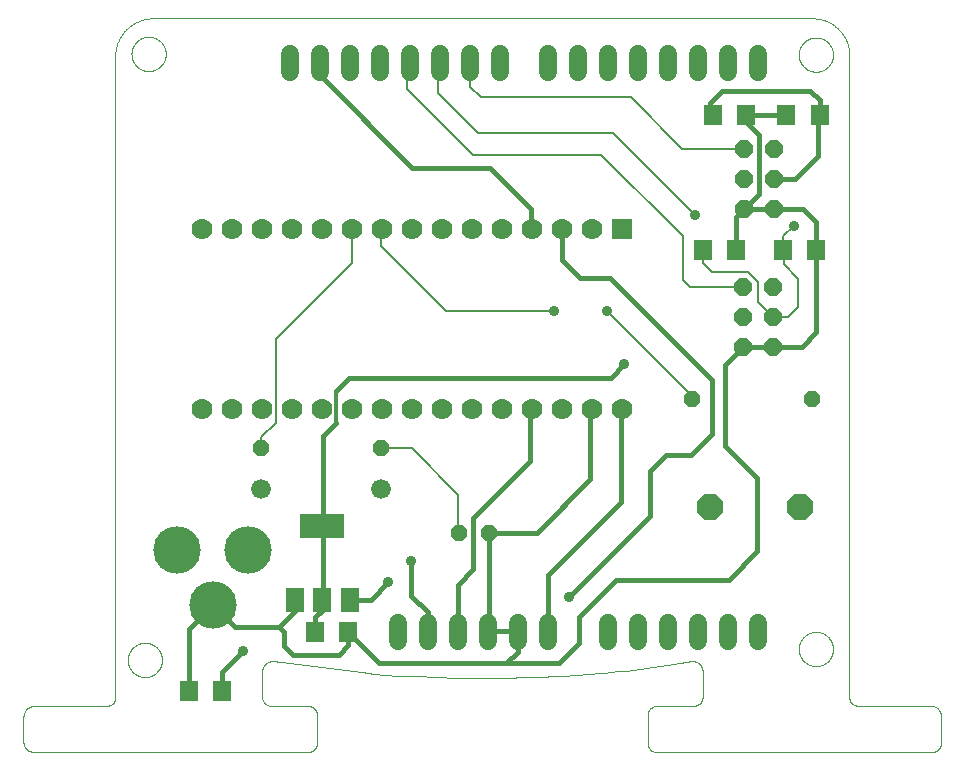
<source format=gtl>
G75*
%MOIN*%
%OFA0B0*%
%FSLAX25Y25*%
%IPPOS*%
%LPD*%
%AMOC8*
5,1,8,0,0,1.08239X$1,22.5*
%
%ADD10C,0.00000*%
%ADD11C,0.00300*%
%ADD12R,0.07000X0.07000*%
%ADD13C,0.07000*%
%ADD14C,0.06000*%
%ADD15OC8,0.05200*%
%ADD16OC8,0.08500*%
%ADD17C,0.15800*%
%ADD18C,0.06600*%
%ADD19R,0.06299X0.07087*%
%ADD20R,0.05906X0.07874*%
%ADD21R,0.14961X0.07874*%
%ADD22OC8,0.06000*%
%ADD23C,0.00800*%
%ADD24C,0.01600*%
%ADD25C,0.03562*%
%ADD26C,0.01772*%
%ADD27C,0.01200*%
D10*
X0035911Y0031893D02*
X0035913Y0032044D01*
X0035919Y0032194D01*
X0035929Y0032345D01*
X0035943Y0032495D01*
X0035961Y0032644D01*
X0035982Y0032794D01*
X0036008Y0032942D01*
X0036038Y0033090D01*
X0036071Y0033237D01*
X0036109Y0033383D01*
X0036150Y0033528D01*
X0036195Y0033672D01*
X0036244Y0033814D01*
X0036297Y0033955D01*
X0036353Y0034095D01*
X0036413Y0034233D01*
X0036476Y0034370D01*
X0036544Y0034505D01*
X0036614Y0034638D01*
X0036688Y0034769D01*
X0036766Y0034898D01*
X0036847Y0035025D01*
X0036931Y0035150D01*
X0037019Y0035273D01*
X0037110Y0035393D01*
X0037204Y0035511D01*
X0037301Y0035626D01*
X0037401Y0035739D01*
X0037504Y0035849D01*
X0037610Y0035956D01*
X0037719Y0036061D01*
X0037830Y0036162D01*
X0037944Y0036261D01*
X0038060Y0036356D01*
X0038180Y0036449D01*
X0038301Y0036538D01*
X0038425Y0036624D01*
X0038551Y0036707D01*
X0038679Y0036786D01*
X0038809Y0036862D01*
X0038941Y0036935D01*
X0039075Y0037003D01*
X0039211Y0037069D01*
X0039349Y0037131D01*
X0039488Y0037189D01*
X0039628Y0037243D01*
X0039770Y0037294D01*
X0039913Y0037341D01*
X0040058Y0037384D01*
X0040203Y0037423D01*
X0040350Y0037459D01*
X0040497Y0037490D01*
X0040645Y0037518D01*
X0040794Y0037542D01*
X0040943Y0037562D01*
X0041093Y0037578D01*
X0041243Y0037590D01*
X0041394Y0037598D01*
X0041545Y0037602D01*
X0041695Y0037602D01*
X0041846Y0037598D01*
X0041997Y0037590D01*
X0042147Y0037578D01*
X0042297Y0037562D01*
X0042446Y0037542D01*
X0042595Y0037518D01*
X0042743Y0037490D01*
X0042890Y0037459D01*
X0043037Y0037423D01*
X0043182Y0037384D01*
X0043327Y0037341D01*
X0043470Y0037294D01*
X0043612Y0037243D01*
X0043752Y0037189D01*
X0043891Y0037131D01*
X0044029Y0037069D01*
X0044165Y0037003D01*
X0044299Y0036935D01*
X0044431Y0036862D01*
X0044561Y0036786D01*
X0044689Y0036707D01*
X0044815Y0036624D01*
X0044939Y0036538D01*
X0045060Y0036449D01*
X0045180Y0036356D01*
X0045296Y0036261D01*
X0045410Y0036162D01*
X0045521Y0036061D01*
X0045630Y0035956D01*
X0045736Y0035849D01*
X0045839Y0035739D01*
X0045939Y0035626D01*
X0046036Y0035511D01*
X0046130Y0035393D01*
X0046221Y0035273D01*
X0046309Y0035150D01*
X0046393Y0035025D01*
X0046474Y0034898D01*
X0046552Y0034769D01*
X0046626Y0034638D01*
X0046696Y0034505D01*
X0046764Y0034370D01*
X0046827Y0034233D01*
X0046887Y0034095D01*
X0046943Y0033955D01*
X0046996Y0033814D01*
X0047045Y0033672D01*
X0047090Y0033528D01*
X0047131Y0033383D01*
X0047169Y0033237D01*
X0047202Y0033090D01*
X0047232Y0032942D01*
X0047258Y0032794D01*
X0047279Y0032644D01*
X0047297Y0032495D01*
X0047311Y0032345D01*
X0047321Y0032194D01*
X0047327Y0032044D01*
X0047329Y0031893D01*
X0047327Y0031742D01*
X0047321Y0031592D01*
X0047311Y0031441D01*
X0047297Y0031291D01*
X0047279Y0031142D01*
X0047258Y0030992D01*
X0047232Y0030844D01*
X0047202Y0030696D01*
X0047169Y0030549D01*
X0047131Y0030403D01*
X0047090Y0030258D01*
X0047045Y0030114D01*
X0046996Y0029972D01*
X0046943Y0029831D01*
X0046887Y0029691D01*
X0046827Y0029553D01*
X0046764Y0029416D01*
X0046696Y0029281D01*
X0046626Y0029148D01*
X0046552Y0029017D01*
X0046474Y0028888D01*
X0046393Y0028761D01*
X0046309Y0028636D01*
X0046221Y0028513D01*
X0046130Y0028393D01*
X0046036Y0028275D01*
X0045939Y0028160D01*
X0045839Y0028047D01*
X0045736Y0027937D01*
X0045630Y0027830D01*
X0045521Y0027725D01*
X0045410Y0027624D01*
X0045296Y0027525D01*
X0045180Y0027430D01*
X0045060Y0027337D01*
X0044939Y0027248D01*
X0044815Y0027162D01*
X0044689Y0027079D01*
X0044561Y0027000D01*
X0044431Y0026924D01*
X0044299Y0026851D01*
X0044165Y0026783D01*
X0044029Y0026717D01*
X0043891Y0026655D01*
X0043752Y0026597D01*
X0043612Y0026543D01*
X0043470Y0026492D01*
X0043327Y0026445D01*
X0043182Y0026402D01*
X0043037Y0026363D01*
X0042890Y0026327D01*
X0042743Y0026296D01*
X0042595Y0026268D01*
X0042446Y0026244D01*
X0042297Y0026224D01*
X0042147Y0026208D01*
X0041997Y0026196D01*
X0041846Y0026188D01*
X0041695Y0026184D01*
X0041545Y0026184D01*
X0041394Y0026188D01*
X0041243Y0026196D01*
X0041093Y0026208D01*
X0040943Y0026224D01*
X0040794Y0026244D01*
X0040645Y0026268D01*
X0040497Y0026296D01*
X0040350Y0026327D01*
X0040203Y0026363D01*
X0040058Y0026402D01*
X0039913Y0026445D01*
X0039770Y0026492D01*
X0039628Y0026543D01*
X0039488Y0026597D01*
X0039349Y0026655D01*
X0039211Y0026717D01*
X0039075Y0026783D01*
X0038941Y0026851D01*
X0038809Y0026924D01*
X0038679Y0027000D01*
X0038551Y0027079D01*
X0038425Y0027162D01*
X0038301Y0027248D01*
X0038180Y0027337D01*
X0038060Y0027430D01*
X0037944Y0027525D01*
X0037830Y0027624D01*
X0037719Y0027725D01*
X0037610Y0027830D01*
X0037504Y0027937D01*
X0037401Y0028047D01*
X0037301Y0028160D01*
X0037204Y0028275D01*
X0037110Y0028393D01*
X0037019Y0028513D01*
X0036931Y0028636D01*
X0036847Y0028761D01*
X0036766Y0028888D01*
X0036688Y0029017D01*
X0036614Y0029148D01*
X0036544Y0029281D01*
X0036476Y0029416D01*
X0036413Y0029553D01*
X0036353Y0029691D01*
X0036297Y0029831D01*
X0036244Y0029972D01*
X0036195Y0030114D01*
X0036150Y0030258D01*
X0036109Y0030403D01*
X0036071Y0030549D01*
X0036038Y0030696D01*
X0036008Y0030844D01*
X0035982Y0030992D01*
X0035961Y0031142D01*
X0035943Y0031291D01*
X0035929Y0031441D01*
X0035919Y0031592D01*
X0035913Y0031742D01*
X0035911Y0031893D01*
X0259600Y0035535D02*
X0259602Y0035686D01*
X0259608Y0035836D01*
X0259618Y0035987D01*
X0259632Y0036137D01*
X0259650Y0036286D01*
X0259671Y0036436D01*
X0259697Y0036584D01*
X0259727Y0036732D01*
X0259760Y0036879D01*
X0259798Y0037025D01*
X0259839Y0037170D01*
X0259884Y0037314D01*
X0259933Y0037456D01*
X0259986Y0037597D01*
X0260042Y0037737D01*
X0260102Y0037875D01*
X0260165Y0038012D01*
X0260233Y0038147D01*
X0260303Y0038280D01*
X0260377Y0038411D01*
X0260455Y0038540D01*
X0260536Y0038667D01*
X0260620Y0038792D01*
X0260708Y0038915D01*
X0260799Y0039035D01*
X0260893Y0039153D01*
X0260990Y0039268D01*
X0261090Y0039381D01*
X0261193Y0039491D01*
X0261299Y0039598D01*
X0261408Y0039703D01*
X0261519Y0039804D01*
X0261633Y0039903D01*
X0261749Y0039998D01*
X0261869Y0040091D01*
X0261990Y0040180D01*
X0262114Y0040266D01*
X0262240Y0040349D01*
X0262368Y0040428D01*
X0262498Y0040504D01*
X0262630Y0040577D01*
X0262764Y0040645D01*
X0262900Y0040711D01*
X0263038Y0040773D01*
X0263177Y0040831D01*
X0263317Y0040885D01*
X0263459Y0040936D01*
X0263602Y0040983D01*
X0263747Y0041026D01*
X0263892Y0041065D01*
X0264039Y0041101D01*
X0264186Y0041132D01*
X0264334Y0041160D01*
X0264483Y0041184D01*
X0264632Y0041204D01*
X0264782Y0041220D01*
X0264932Y0041232D01*
X0265083Y0041240D01*
X0265234Y0041244D01*
X0265384Y0041244D01*
X0265535Y0041240D01*
X0265686Y0041232D01*
X0265836Y0041220D01*
X0265986Y0041204D01*
X0266135Y0041184D01*
X0266284Y0041160D01*
X0266432Y0041132D01*
X0266579Y0041101D01*
X0266726Y0041065D01*
X0266871Y0041026D01*
X0267016Y0040983D01*
X0267159Y0040936D01*
X0267301Y0040885D01*
X0267441Y0040831D01*
X0267580Y0040773D01*
X0267718Y0040711D01*
X0267854Y0040645D01*
X0267988Y0040577D01*
X0268120Y0040504D01*
X0268250Y0040428D01*
X0268378Y0040349D01*
X0268504Y0040266D01*
X0268628Y0040180D01*
X0268749Y0040091D01*
X0268869Y0039998D01*
X0268985Y0039903D01*
X0269099Y0039804D01*
X0269210Y0039703D01*
X0269319Y0039598D01*
X0269425Y0039491D01*
X0269528Y0039381D01*
X0269628Y0039268D01*
X0269725Y0039153D01*
X0269819Y0039035D01*
X0269910Y0038915D01*
X0269998Y0038792D01*
X0270082Y0038667D01*
X0270163Y0038540D01*
X0270241Y0038411D01*
X0270315Y0038280D01*
X0270385Y0038147D01*
X0270453Y0038012D01*
X0270516Y0037875D01*
X0270576Y0037737D01*
X0270632Y0037597D01*
X0270685Y0037456D01*
X0270734Y0037314D01*
X0270779Y0037170D01*
X0270820Y0037025D01*
X0270858Y0036879D01*
X0270891Y0036732D01*
X0270921Y0036584D01*
X0270947Y0036436D01*
X0270968Y0036286D01*
X0270986Y0036137D01*
X0271000Y0035987D01*
X0271010Y0035836D01*
X0271016Y0035686D01*
X0271018Y0035535D01*
X0271016Y0035384D01*
X0271010Y0035234D01*
X0271000Y0035083D01*
X0270986Y0034933D01*
X0270968Y0034784D01*
X0270947Y0034634D01*
X0270921Y0034486D01*
X0270891Y0034338D01*
X0270858Y0034191D01*
X0270820Y0034045D01*
X0270779Y0033900D01*
X0270734Y0033756D01*
X0270685Y0033614D01*
X0270632Y0033473D01*
X0270576Y0033333D01*
X0270516Y0033195D01*
X0270453Y0033058D01*
X0270385Y0032923D01*
X0270315Y0032790D01*
X0270241Y0032659D01*
X0270163Y0032530D01*
X0270082Y0032403D01*
X0269998Y0032278D01*
X0269910Y0032155D01*
X0269819Y0032035D01*
X0269725Y0031917D01*
X0269628Y0031802D01*
X0269528Y0031689D01*
X0269425Y0031579D01*
X0269319Y0031472D01*
X0269210Y0031367D01*
X0269099Y0031266D01*
X0268985Y0031167D01*
X0268869Y0031072D01*
X0268749Y0030979D01*
X0268628Y0030890D01*
X0268504Y0030804D01*
X0268378Y0030721D01*
X0268250Y0030642D01*
X0268120Y0030566D01*
X0267988Y0030493D01*
X0267854Y0030425D01*
X0267718Y0030359D01*
X0267580Y0030297D01*
X0267441Y0030239D01*
X0267301Y0030185D01*
X0267159Y0030134D01*
X0267016Y0030087D01*
X0266871Y0030044D01*
X0266726Y0030005D01*
X0266579Y0029969D01*
X0266432Y0029938D01*
X0266284Y0029910D01*
X0266135Y0029886D01*
X0265986Y0029866D01*
X0265836Y0029850D01*
X0265686Y0029838D01*
X0265535Y0029830D01*
X0265384Y0029826D01*
X0265234Y0029826D01*
X0265083Y0029830D01*
X0264932Y0029838D01*
X0264782Y0029850D01*
X0264632Y0029866D01*
X0264483Y0029886D01*
X0264334Y0029910D01*
X0264186Y0029938D01*
X0264039Y0029969D01*
X0263892Y0030005D01*
X0263747Y0030044D01*
X0263602Y0030087D01*
X0263459Y0030134D01*
X0263317Y0030185D01*
X0263177Y0030239D01*
X0263038Y0030297D01*
X0262900Y0030359D01*
X0262764Y0030425D01*
X0262630Y0030493D01*
X0262498Y0030566D01*
X0262368Y0030642D01*
X0262240Y0030721D01*
X0262114Y0030804D01*
X0261990Y0030890D01*
X0261869Y0030979D01*
X0261749Y0031072D01*
X0261633Y0031167D01*
X0261519Y0031266D01*
X0261408Y0031367D01*
X0261299Y0031472D01*
X0261193Y0031579D01*
X0261090Y0031689D01*
X0260990Y0031802D01*
X0260893Y0031917D01*
X0260799Y0032035D01*
X0260708Y0032155D01*
X0260620Y0032278D01*
X0260536Y0032403D01*
X0260455Y0032530D01*
X0260377Y0032659D01*
X0260303Y0032790D01*
X0260233Y0032923D01*
X0260165Y0033058D01*
X0260102Y0033195D01*
X0260042Y0033333D01*
X0259986Y0033473D01*
X0259933Y0033614D01*
X0259884Y0033756D01*
X0259839Y0033900D01*
X0259798Y0034045D01*
X0259760Y0034191D01*
X0259727Y0034338D01*
X0259697Y0034486D01*
X0259671Y0034634D01*
X0259650Y0034784D01*
X0259632Y0034933D01*
X0259618Y0035083D01*
X0259608Y0035234D01*
X0259602Y0035384D01*
X0259600Y0035535D01*
X0259600Y0233661D02*
X0259602Y0233812D01*
X0259608Y0233962D01*
X0259618Y0234113D01*
X0259632Y0234263D01*
X0259650Y0234412D01*
X0259671Y0234562D01*
X0259697Y0234710D01*
X0259727Y0234858D01*
X0259760Y0235005D01*
X0259798Y0235151D01*
X0259839Y0235296D01*
X0259884Y0235440D01*
X0259933Y0235582D01*
X0259986Y0235723D01*
X0260042Y0235863D01*
X0260102Y0236001D01*
X0260165Y0236138D01*
X0260233Y0236273D01*
X0260303Y0236406D01*
X0260377Y0236537D01*
X0260455Y0236666D01*
X0260536Y0236793D01*
X0260620Y0236918D01*
X0260708Y0237041D01*
X0260799Y0237161D01*
X0260893Y0237279D01*
X0260990Y0237394D01*
X0261090Y0237507D01*
X0261193Y0237617D01*
X0261299Y0237724D01*
X0261408Y0237829D01*
X0261519Y0237930D01*
X0261633Y0238029D01*
X0261749Y0238124D01*
X0261869Y0238217D01*
X0261990Y0238306D01*
X0262114Y0238392D01*
X0262240Y0238475D01*
X0262368Y0238554D01*
X0262498Y0238630D01*
X0262630Y0238703D01*
X0262764Y0238771D01*
X0262900Y0238837D01*
X0263038Y0238899D01*
X0263177Y0238957D01*
X0263317Y0239011D01*
X0263459Y0239062D01*
X0263602Y0239109D01*
X0263747Y0239152D01*
X0263892Y0239191D01*
X0264039Y0239227D01*
X0264186Y0239258D01*
X0264334Y0239286D01*
X0264483Y0239310D01*
X0264632Y0239330D01*
X0264782Y0239346D01*
X0264932Y0239358D01*
X0265083Y0239366D01*
X0265234Y0239370D01*
X0265384Y0239370D01*
X0265535Y0239366D01*
X0265686Y0239358D01*
X0265836Y0239346D01*
X0265986Y0239330D01*
X0266135Y0239310D01*
X0266284Y0239286D01*
X0266432Y0239258D01*
X0266579Y0239227D01*
X0266726Y0239191D01*
X0266871Y0239152D01*
X0267016Y0239109D01*
X0267159Y0239062D01*
X0267301Y0239011D01*
X0267441Y0238957D01*
X0267580Y0238899D01*
X0267718Y0238837D01*
X0267854Y0238771D01*
X0267988Y0238703D01*
X0268120Y0238630D01*
X0268250Y0238554D01*
X0268378Y0238475D01*
X0268504Y0238392D01*
X0268628Y0238306D01*
X0268749Y0238217D01*
X0268869Y0238124D01*
X0268985Y0238029D01*
X0269099Y0237930D01*
X0269210Y0237829D01*
X0269319Y0237724D01*
X0269425Y0237617D01*
X0269528Y0237507D01*
X0269628Y0237394D01*
X0269725Y0237279D01*
X0269819Y0237161D01*
X0269910Y0237041D01*
X0269998Y0236918D01*
X0270082Y0236793D01*
X0270163Y0236666D01*
X0270241Y0236537D01*
X0270315Y0236406D01*
X0270385Y0236273D01*
X0270453Y0236138D01*
X0270516Y0236001D01*
X0270576Y0235863D01*
X0270632Y0235723D01*
X0270685Y0235582D01*
X0270734Y0235440D01*
X0270779Y0235296D01*
X0270820Y0235151D01*
X0270858Y0235005D01*
X0270891Y0234858D01*
X0270921Y0234710D01*
X0270947Y0234562D01*
X0270968Y0234412D01*
X0270986Y0234263D01*
X0271000Y0234113D01*
X0271010Y0233962D01*
X0271016Y0233812D01*
X0271018Y0233661D01*
X0271016Y0233510D01*
X0271010Y0233360D01*
X0271000Y0233209D01*
X0270986Y0233059D01*
X0270968Y0232910D01*
X0270947Y0232760D01*
X0270921Y0232612D01*
X0270891Y0232464D01*
X0270858Y0232317D01*
X0270820Y0232171D01*
X0270779Y0232026D01*
X0270734Y0231882D01*
X0270685Y0231740D01*
X0270632Y0231599D01*
X0270576Y0231459D01*
X0270516Y0231321D01*
X0270453Y0231184D01*
X0270385Y0231049D01*
X0270315Y0230916D01*
X0270241Y0230785D01*
X0270163Y0230656D01*
X0270082Y0230529D01*
X0269998Y0230404D01*
X0269910Y0230281D01*
X0269819Y0230161D01*
X0269725Y0230043D01*
X0269628Y0229928D01*
X0269528Y0229815D01*
X0269425Y0229705D01*
X0269319Y0229598D01*
X0269210Y0229493D01*
X0269099Y0229392D01*
X0268985Y0229293D01*
X0268869Y0229198D01*
X0268749Y0229105D01*
X0268628Y0229016D01*
X0268504Y0228930D01*
X0268378Y0228847D01*
X0268250Y0228768D01*
X0268120Y0228692D01*
X0267988Y0228619D01*
X0267854Y0228551D01*
X0267718Y0228485D01*
X0267580Y0228423D01*
X0267441Y0228365D01*
X0267301Y0228311D01*
X0267159Y0228260D01*
X0267016Y0228213D01*
X0266871Y0228170D01*
X0266726Y0228131D01*
X0266579Y0228095D01*
X0266432Y0228064D01*
X0266284Y0228036D01*
X0266135Y0228012D01*
X0265986Y0227992D01*
X0265836Y0227976D01*
X0265686Y0227964D01*
X0265535Y0227956D01*
X0265384Y0227952D01*
X0265234Y0227952D01*
X0265083Y0227956D01*
X0264932Y0227964D01*
X0264782Y0227976D01*
X0264632Y0227992D01*
X0264483Y0228012D01*
X0264334Y0228036D01*
X0264186Y0228064D01*
X0264039Y0228095D01*
X0263892Y0228131D01*
X0263747Y0228170D01*
X0263602Y0228213D01*
X0263459Y0228260D01*
X0263317Y0228311D01*
X0263177Y0228365D01*
X0263038Y0228423D01*
X0262900Y0228485D01*
X0262764Y0228551D01*
X0262630Y0228619D01*
X0262498Y0228692D01*
X0262368Y0228768D01*
X0262240Y0228847D01*
X0262114Y0228930D01*
X0261990Y0229016D01*
X0261869Y0229105D01*
X0261749Y0229198D01*
X0261633Y0229293D01*
X0261519Y0229392D01*
X0261408Y0229493D01*
X0261299Y0229598D01*
X0261193Y0229705D01*
X0261090Y0229815D01*
X0260990Y0229928D01*
X0260893Y0230043D01*
X0260799Y0230161D01*
X0260708Y0230281D01*
X0260620Y0230404D01*
X0260536Y0230529D01*
X0260455Y0230656D01*
X0260377Y0230785D01*
X0260303Y0230916D01*
X0260233Y0231049D01*
X0260165Y0231184D01*
X0260102Y0231321D01*
X0260042Y0231459D01*
X0259986Y0231599D01*
X0259933Y0231740D01*
X0259884Y0231882D01*
X0259839Y0232026D01*
X0259798Y0232171D01*
X0259760Y0232317D01*
X0259727Y0232464D01*
X0259697Y0232612D01*
X0259671Y0232760D01*
X0259650Y0232910D01*
X0259632Y0233059D01*
X0259618Y0233209D01*
X0259608Y0233360D01*
X0259602Y0233510D01*
X0259600Y0233661D01*
X0037169Y0233893D02*
X0037171Y0234044D01*
X0037177Y0234194D01*
X0037187Y0234345D01*
X0037201Y0234495D01*
X0037219Y0234644D01*
X0037240Y0234794D01*
X0037266Y0234942D01*
X0037296Y0235090D01*
X0037329Y0235237D01*
X0037367Y0235383D01*
X0037408Y0235528D01*
X0037453Y0235672D01*
X0037502Y0235814D01*
X0037555Y0235955D01*
X0037611Y0236095D01*
X0037671Y0236233D01*
X0037734Y0236370D01*
X0037802Y0236505D01*
X0037872Y0236638D01*
X0037946Y0236769D01*
X0038024Y0236898D01*
X0038105Y0237025D01*
X0038189Y0237150D01*
X0038277Y0237273D01*
X0038368Y0237393D01*
X0038462Y0237511D01*
X0038559Y0237626D01*
X0038659Y0237739D01*
X0038762Y0237849D01*
X0038868Y0237956D01*
X0038977Y0238061D01*
X0039088Y0238162D01*
X0039202Y0238261D01*
X0039318Y0238356D01*
X0039438Y0238449D01*
X0039559Y0238538D01*
X0039683Y0238624D01*
X0039809Y0238707D01*
X0039937Y0238786D01*
X0040067Y0238862D01*
X0040199Y0238935D01*
X0040333Y0239003D01*
X0040469Y0239069D01*
X0040607Y0239131D01*
X0040746Y0239189D01*
X0040886Y0239243D01*
X0041028Y0239294D01*
X0041171Y0239341D01*
X0041316Y0239384D01*
X0041461Y0239423D01*
X0041608Y0239459D01*
X0041755Y0239490D01*
X0041903Y0239518D01*
X0042052Y0239542D01*
X0042201Y0239562D01*
X0042351Y0239578D01*
X0042501Y0239590D01*
X0042652Y0239598D01*
X0042803Y0239602D01*
X0042953Y0239602D01*
X0043104Y0239598D01*
X0043255Y0239590D01*
X0043405Y0239578D01*
X0043555Y0239562D01*
X0043704Y0239542D01*
X0043853Y0239518D01*
X0044001Y0239490D01*
X0044148Y0239459D01*
X0044295Y0239423D01*
X0044440Y0239384D01*
X0044585Y0239341D01*
X0044728Y0239294D01*
X0044870Y0239243D01*
X0045010Y0239189D01*
X0045149Y0239131D01*
X0045287Y0239069D01*
X0045423Y0239003D01*
X0045557Y0238935D01*
X0045689Y0238862D01*
X0045819Y0238786D01*
X0045947Y0238707D01*
X0046073Y0238624D01*
X0046197Y0238538D01*
X0046318Y0238449D01*
X0046438Y0238356D01*
X0046554Y0238261D01*
X0046668Y0238162D01*
X0046779Y0238061D01*
X0046888Y0237956D01*
X0046994Y0237849D01*
X0047097Y0237739D01*
X0047197Y0237626D01*
X0047294Y0237511D01*
X0047388Y0237393D01*
X0047479Y0237273D01*
X0047567Y0237150D01*
X0047651Y0237025D01*
X0047732Y0236898D01*
X0047810Y0236769D01*
X0047884Y0236638D01*
X0047954Y0236505D01*
X0048022Y0236370D01*
X0048085Y0236233D01*
X0048145Y0236095D01*
X0048201Y0235955D01*
X0048254Y0235814D01*
X0048303Y0235672D01*
X0048348Y0235528D01*
X0048389Y0235383D01*
X0048427Y0235237D01*
X0048460Y0235090D01*
X0048490Y0234942D01*
X0048516Y0234794D01*
X0048537Y0234644D01*
X0048555Y0234495D01*
X0048569Y0234345D01*
X0048579Y0234194D01*
X0048585Y0234044D01*
X0048587Y0233893D01*
X0048585Y0233742D01*
X0048579Y0233592D01*
X0048569Y0233441D01*
X0048555Y0233291D01*
X0048537Y0233142D01*
X0048516Y0232992D01*
X0048490Y0232844D01*
X0048460Y0232696D01*
X0048427Y0232549D01*
X0048389Y0232403D01*
X0048348Y0232258D01*
X0048303Y0232114D01*
X0048254Y0231972D01*
X0048201Y0231831D01*
X0048145Y0231691D01*
X0048085Y0231553D01*
X0048022Y0231416D01*
X0047954Y0231281D01*
X0047884Y0231148D01*
X0047810Y0231017D01*
X0047732Y0230888D01*
X0047651Y0230761D01*
X0047567Y0230636D01*
X0047479Y0230513D01*
X0047388Y0230393D01*
X0047294Y0230275D01*
X0047197Y0230160D01*
X0047097Y0230047D01*
X0046994Y0229937D01*
X0046888Y0229830D01*
X0046779Y0229725D01*
X0046668Y0229624D01*
X0046554Y0229525D01*
X0046438Y0229430D01*
X0046318Y0229337D01*
X0046197Y0229248D01*
X0046073Y0229162D01*
X0045947Y0229079D01*
X0045819Y0229000D01*
X0045689Y0228924D01*
X0045557Y0228851D01*
X0045423Y0228783D01*
X0045287Y0228717D01*
X0045149Y0228655D01*
X0045010Y0228597D01*
X0044870Y0228543D01*
X0044728Y0228492D01*
X0044585Y0228445D01*
X0044440Y0228402D01*
X0044295Y0228363D01*
X0044148Y0228327D01*
X0044001Y0228296D01*
X0043853Y0228268D01*
X0043704Y0228244D01*
X0043555Y0228224D01*
X0043405Y0228208D01*
X0043255Y0228196D01*
X0043104Y0228188D01*
X0042953Y0228184D01*
X0042803Y0228184D01*
X0042652Y0228188D01*
X0042501Y0228196D01*
X0042351Y0228208D01*
X0042201Y0228224D01*
X0042052Y0228244D01*
X0041903Y0228268D01*
X0041755Y0228296D01*
X0041608Y0228327D01*
X0041461Y0228363D01*
X0041316Y0228402D01*
X0041171Y0228445D01*
X0041028Y0228492D01*
X0040886Y0228543D01*
X0040746Y0228597D01*
X0040607Y0228655D01*
X0040469Y0228717D01*
X0040333Y0228783D01*
X0040199Y0228851D01*
X0040067Y0228924D01*
X0039937Y0229000D01*
X0039809Y0229079D01*
X0039683Y0229162D01*
X0039559Y0229248D01*
X0039438Y0229337D01*
X0039318Y0229430D01*
X0039202Y0229525D01*
X0039088Y0229624D01*
X0038977Y0229725D01*
X0038868Y0229830D01*
X0038762Y0229937D01*
X0038659Y0230047D01*
X0038559Y0230160D01*
X0038462Y0230275D01*
X0038368Y0230393D01*
X0038277Y0230513D01*
X0038189Y0230636D01*
X0038105Y0230761D01*
X0038024Y0230888D01*
X0037946Y0231017D01*
X0037872Y0231148D01*
X0037802Y0231281D01*
X0037734Y0231416D01*
X0037671Y0231553D01*
X0037611Y0231691D01*
X0037555Y0231831D01*
X0037502Y0231972D01*
X0037453Y0232114D01*
X0037408Y0232258D01*
X0037367Y0232403D01*
X0037329Y0232549D01*
X0037296Y0232696D01*
X0037266Y0232844D01*
X0037240Y0232992D01*
X0037219Y0233142D01*
X0037201Y0233291D01*
X0037187Y0233441D01*
X0037177Y0233592D01*
X0037171Y0233742D01*
X0037169Y0233893D01*
D11*
X0004425Y0001268D02*
X0096163Y0001268D01*
X0096267Y0001270D01*
X0096372Y0001276D01*
X0096476Y0001285D01*
X0096580Y0001298D01*
X0096683Y0001316D01*
X0096785Y0001336D01*
X0096887Y0001361D01*
X0096987Y0001389D01*
X0097087Y0001421D01*
X0097185Y0001457D01*
X0097282Y0001496D01*
X0097377Y0001539D01*
X0097471Y0001585D01*
X0097563Y0001634D01*
X0097653Y0001687D01*
X0097742Y0001743D01*
X0097828Y0001802D01*
X0097912Y0001865D01*
X0097993Y0001930D01*
X0098072Y0001998D01*
X0098149Y0002069D01*
X0098223Y0002143D01*
X0098294Y0002220D01*
X0098362Y0002299D01*
X0098427Y0002380D01*
X0098490Y0002464D01*
X0098549Y0002550D01*
X0098605Y0002639D01*
X0098658Y0002729D01*
X0098707Y0002821D01*
X0098753Y0002915D01*
X0098796Y0003010D01*
X0098835Y0003107D01*
X0098871Y0003205D01*
X0098903Y0003305D01*
X0098931Y0003405D01*
X0098956Y0003507D01*
X0098976Y0003609D01*
X0098994Y0003712D01*
X0099007Y0003816D01*
X0099016Y0003920D01*
X0099022Y0004025D01*
X0099024Y0004129D01*
X0099024Y0013457D01*
X0099022Y0013569D01*
X0099016Y0013680D01*
X0099006Y0013791D01*
X0098992Y0013902D01*
X0098974Y0014012D01*
X0098953Y0014121D01*
X0098927Y0014230D01*
X0098897Y0014338D01*
X0098864Y0014444D01*
X0098827Y0014549D01*
X0098786Y0014653D01*
X0098742Y0014756D01*
X0098693Y0014856D01*
X0098642Y0014955D01*
X0098586Y0015052D01*
X0098528Y0015147D01*
X0098466Y0015240D01*
X0098400Y0015330D01*
X0098332Y0015418D01*
X0098260Y0015504D01*
X0098186Y0015587D01*
X0098108Y0015667D01*
X0098028Y0015745D01*
X0097945Y0015819D01*
X0097859Y0015891D01*
X0097771Y0015959D01*
X0097681Y0016025D01*
X0097588Y0016087D01*
X0097493Y0016145D01*
X0097396Y0016201D01*
X0097297Y0016252D01*
X0097197Y0016301D01*
X0097094Y0016345D01*
X0096990Y0016386D01*
X0096885Y0016423D01*
X0096779Y0016456D01*
X0096671Y0016486D01*
X0096562Y0016512D01*
X0096453Y0016533D01*
X0096343Y0016551D01*
X0096232Y0016565D01*
X0096121Y0016575D01*
X0096010Y0016581D01*
X0095898Y0016583D01*
X0083792Y0016583D01*
X0083682Y0016585D01*
X0083573Y0016591D01*
X0083463Y0016601D01*
X0083354Y0016614D01*
X0083246Y0016632D01*
X0083138Y0016653D01*
X0083032Y0016679D01*
X0082926Y0016708D01*
X0082821Y0016740D01*
X0082717Y0016777D01*
X0082615Y0016817D01*
X0082515Y0016861D01*
X0082416Y0016908D01*
X0082318Y0016959D01*
X0082223Y0017013D01*
X0082130Y0017071D01*
X0082038Y0017132D01*
X0081949Y0017196D01*
X0081863Y0017264D01*
X0081778Y0017334D01*
X0081697Y0017407D01*
X0081618Y0017484D01*
X0081541Y0017563D01*
X0081468Y0017644D01*
X0081398Y0017729D01*
X0081330Y0017815D01*
X0081266Y0017904D01*
X0081205Y0017996D01*
X0081147Y0018089D01*
X0081093Y0018184D01*
X0081042Y0018282D01*
X0080995Y0018381D01*
X0080951Y0018481D01*
X0080911Y0018583D01*
X0080874Y0018687D01*
X0080842Y0018792D01*
X0080813Y0018898D01*
X0080787Y0019004D01*
X0080766Y0019112D01*
X0080748Y0019220D01*
X0080735Y0019329D01*
X0080725Y0019439D01*
X0080719Y0019548D01*
X0080717Y0019658D01*
X0080717Y0028000D01*
X0080719Y0028117D01*
X0080725Y0028234D01*
X0080735Y0028351D01*
X0080748Y0028467D01*
X0080766Y0028583D01*
X0080787Y0028698D01*
X0080812Y0028813D01*
X0080842Y0028926D01*
X0080874Y0029038D01*
X0080911Y0029150D01*
X0080951Y0029260D01*
X0080995Y0029368D01*
X0081043Y0029475D01*
X0081094Y0029581D01*
X0081148Y0029684D01*
X0081206Y0029786D01*
X0081268Y0029886D01*
X0081332Y0029984D01*
X0081400Y0030079D01*
X0081471Y0030172D01*
X0081545Y0030263D01*
X0081623Y0030351D01*
X0081703Y0030437D01*
X0081785Y0030519D01*
X0081871Y0030599D01*
X0081959Y0030677D01*
X0082050Y0030751D01*
X0082143Y0030822D01*
X0082238Y0030890D01*
X0082336Y0030954D01*
X0082436Y0031016D01*
X0082538Y0031074D01*
X0082641Y0031128D01*
X0082747Y0031179D01*
X0082854Y0031227D01*
X0082962Y0031271D01*
X0083072Y0031311D01*
X0083184Y0031348D01*
X0083296Y0031380D01*
X0083409Y0031410D01*
X0083524Y0031435D01*
X0083639Y0031456D01*
X0083755Y0031474D01*
X0083871Y0031487D01*
X0083988Y0031497D01*
X0084105Y0031503D01*
X0084222Y0031505D01*
X0084280Y0031493D02*
X0113867Y0027725D01*
X0134339Y0026387D02*
X0136585Y0026349D01*
X0138830Y0026257D01*
X0141072Y0026111D01*
X0160047Y0025914D02*
X0160463Y0025888D01*
X0160879Y0025870D01*
X0161296Y0025861D01*
X0161712Y0025861D01*
X0162129Y0025870D01*
X0162545Y0025888D01*
X0162961Y0025914D01*
X0160048Y0025914D02*
X0159340Y0025959D01*
X0158631Y0025988D01*
X0157922Y0026003D01*
X0157213Y0026001D01*
X0156504Y0025985D01*
X0155796Y0025953D01*
X0162961Y0025914D02*
X0164544Y0026014D01*
X0166128Y0026081D01*
X0167714Y0026113D01*
X0169300Y0026111D01*
X0177016Y0026387D02*
X0178380Y0026489D01*
X0179745Y0026568D01*
X0181111Y0026623D01*
X0201977Y0028355D02*
X0215835Y0030244D01*
X0224101Y0031504D02*
X0224216Y0031502D01*
X0224330Y0031496D01*
X0224444Y0031487D01*
X0224558Y0031473D01*
X0224671Y0031456D01*
X0224784Y0031435D01*
X0224895Y0031411D01*
X0225006Y0031382D01*
X0225116Y0031350D01*
X0225225Y0031314D01*
X0225333Y0031275D01*
X0225439Y0031232D01*
X0225544Y0031186D01*
X0225647Y0031136D01*
X0225748Y0031082D01*
X0225847Y0031026D01*
X0225945Y0030966D01*
X0226041Y0030902D01*
X0226134Y0030836D01*
X0226225Y0030767D01*
X0226314Y0030694D01*
X0226400Y0030619D01*
X0226483Y0030540D01*
X0226564Y0030459D01*
X0226643Y0030376D01*
X0226718Y0030290D01*
X0226791Y0030201D01*
X0226860Y0030110D01*
X0226926Y0030017D01*
X0226990Y0029921D01*
X0227050Y0029823D01*
X0227106Y0029724D01*
X0227160Y0029623D01*
X0227210Y0029520D01*
X0227256Y0029415D01*
X0227299Y0029309D01*
X0227338Y0029201D01*
X0227374Y0029092D01*
X0227406Y0028982D01*
X0227435Y0028871D01*
X0227459Y0028760D01*
X0227480Y0028647D01*
X0227497Y0028534D01*
X0227511Y0028420D01*
X0227520Y0028306D01*
X0227526Y0028192D01*
X0227528Y0028077D01*
X0227528Y0019513D01*
X0227526Y0019407D01*
X0227520Y0019302D01*
X0227511Y0019197D01*
X0227497Y0019092D01*
X0227480Y0018988D01*
X0227459Y0018885D01*
X0227434Y0018782D01*
X0227405Y0018680D01*
X0227373Y0018580D01*
X0227337Y0018481D01*
X0227298Y0018383D01*
X0227255Y0018286D01*
X0227208Y0018192D01*
X0227158Y0018099D01*
X0227105Y0018007D01*
X0227048Y0017918D01*
X0226988Y0017831D01*
X0226925Y0017747D01*
X0226859Y0017664D01*
X0226790Y0017584D01*
X0226719Y0017507D01*
X0226644Y0017432D01*
X0226567Y0017361D01*
X0226487Y0017292D01*
X0226404Y0017226D01*
X0226320Y0017163D01*
X0226233Y0017103D01*
X0226144Y0017046D01*
X0226052Y0016993D01*
X0225959Y0016943D01*
X0225865Y0016896D01*
X0225768Y0016853D01*
X0225670Y0016814D01*
X0225571Y0016778D01*
X0225471Y0016746D01*
X0225369Y0016717D01*
X0225266Y0016692D01*
X0225163Y0016671D01*
X0225059Y0016654D01*
X0224954Y0016640D01*
X0224849Y0016631D01*
X0224744Y0016625D01*
X0224638Y0016623D01*
X0224638Y0016622D02*
X0212410Y0016622D01*
X0212410Y0016623D02*
X0212297Y0016621D01*
X0212185Y0016615D01*
X0212072Y0016605D01*
X0211961Y0016592D01*
X0211849Y0016574D01*
X0211739Y0016552D01*
X0211629Y0016527D01*
X0211520Y0016498D01*
X0211412Y0016465D01*
X0211306Y0016428D01*
X0211200Y0016388D01*
X0211097Y0016344D01*
X0210994Y0016296D01*
X0210894Y0016245D01*
X0210796Y0016190D01*
X0210699Y0016132D01*
X0210604Y0016071D01*
X0210512Y0016006D01*
X0210422Y0015938D01*
X0210334Y0015868D01*
X0210249Y0015794D01*
X0210167Y0015717D01*
X0210087Y0015637D01*
X0210010Y0015555D01*
X0209936Y0015470D01*
X0209866Y0015382D01*
X0209798Y0015292D01*
X0209733Y0015200D01*
X0209672Y0015105D01*
X0209614Y0015008D01*
X0209559Y0014910D01*
X0209508Y0014810D01*
X0209460Y0014707D01*
X0209416Y0014604D01*
X0209376Y0014498D01*
X0209339Y0014392D01*
X0209306Y0014284D01*
X0209277Y0014175D01*
X0209252Y0014065D01*
X0209230Y0013955D01*
X0209212Y0013843D01*
X0209199Y0013732D01*
X0209189Y0013619D01*
X0209183Y0013507D01*
X0209181Y0013394D01*
X0209181Y0013355D01*
X0209181Y0013276D02*
X0209181Y0004216D01*
X0209182Y0004216D02*
X0209184Y0004107D01*
X0209190Y0003997D01*
X0209200Y0003888D01*
X0209213Y0003780D01*
X0209231Y0003672D01*
X0209252Y0003564D01*
X0209277Y0003458D01*
X0209306Y0003352D01*
X0209339Y0003248D01*
X0209375Y0003145D01*
X0209415Y0003043D01*
X0209459Y0002942D01*
X0209506Y0002844D01*
X0209557Y0002747D01*
X0209611Y0002652D01*
X0209669Y0002558D01*
X0209730Y0002467D01*
X0209794Y0002379D01*
X0209861Y0002292D01*
X0209931Y0002208D01*
X0210004Y0002127D01*
X0210080Y0002048D01*
X0210159Y0001972D01*
X0210240Y0001899D01*
X0210324Y0001829D01*
X0210411Y0001762D01*
X0210499Y0001698D01*
X0210590Y0001637D01*
X0210684Y0001579D01*
X0210779Y0001525D01*
X0210876Y0001474D01*
X0210974Y0001427D01*
X0211075Y0001383D01*
X0211177Y0001343D01*
X0211280Y0001307D01*
X0211384Y0001274D01*
X0211490Y0001245D01*
X0211596Y0001220D01*
X0211704Y0001199D01*
X0211812Y0001181D01*
X0211920Y0001168D01*
X0212029Y0001158D01*
X0212139Y0001152D01*
X0212248Y0001150D01*
X0303740Y0001150D01*
X0303853Y0001152D01*
X0303966Y0001158D01*
X0304079Y0001167D01*
X0304191Y0001181D01*
X0304303Y0001198D01*
X0304414Y0001219D01*
X0304525Y0001244D01*
X0304634Y0001273D01*
X0304743Y0001305D01*
X0304850Y0001341D01*
X0304956Y0001381D01*
X0305061Y0001424D01*
X0305164Y0001471D01*
X0305265Y0001522D01*
X0305365Y0001575D01*
X0305462Y0001633D01*
X0305558Y0001693D01*
X0305652Y0001757D01*
X0305743Y0001824D01*
X0305832Y0001894D01*
X0305919Y0001966D01*
X0306003Y0002042D01*
X0306084Y0002121D01*
X0306163Y0002202D01*
X0306239Y0002286D01*
X0306311Y0002373D01*
X0306381Y0002462D01*
X0306448Y0002553D01*
X0306512Y0002647D01*
X0306572Y0002743D01*
X0306630Y0002840D01*
X0306683Y0002940D01*
X0306734Y0003041D01*
X0306781Y0003144D01*
X0306824Y0003249D01*
X0306864Y0003355D01*
X0306900Y0003462D01*
X0306932Y0003571D01*
X0306961Y0003680D01*
X0306986Y0003791D01*
X0307007Y0003902D01*
X0307024Y0004014D01*
X0307038Y0004126D01*
X0307047Y0004239D01*
X0307053Y0004352D01*
X0307055Y0004465D01*
X0307056Y0004465D02*
X0307056Y0013087D01*
X0307054Y0013205D01*
X0307048Y0013323D01*
X0307038Y0013441D01*
X0307024Y0013558D01*
X0307007Y0013675D01*
X0306985Y0013791D01*
X0306960Y0013907D01*
X0306930Y0014021D01*
X0306897Y0014135D01*
X0306860Y0014247D01*
X0306820Y0014358D01*
X0306775Y0014467D01*
X0306727Y0014575D01*
X0306676Y0014682D01*
X0306621Y0014786D01*
X0306562Y0014889D01*
X0306500Y0014990D01*
X0306435Y0015088D01*
X0306367Y0015184D01*
X0306295Y0015278D01*
X0306220Y0015370D01*
X0306142Y0015459D01*
X0306062Y0015545D01*
X0305978Y0015629D01*
X0305892Y0015709D01*
X0305803Y0015787D01*
X0305711Y0015862D01*
X0305617Y0015934D01*
X0305521Y0016002D01*
X0305423Y0016067D01*
X0305322Y0016129D01*
X0305219Y0016188D01*
X0305115Y0016243D01*
X0305008Y0016294D01*
X0304900Y0016342D01*
X0304791Y0016387D01*
X0304680Y0016427D01*
X0304568Y0016464D01*
X0304454Y0016497D01*
X0304340Y0016527D01*
X0304224Y0016552D01*
X0304108Y0016574D01*
X0303991Y0016591D01*
X0303874Y0016605D01*
X0303756Y0016615D01*
X0303638Y0016621D01*
X0303520Y0016623D01*
X0303520Y0016622D02*
X0279273Y0016622D01*
X0279168Y0016624D01*
X0279063Y0016630D01*
X0278959Y0016640D01*
X0278854Y0016653D01*
X0278751Y0016671D01*
X0278648Y0016692D01*
X0278546Y0016718D01*
X0278445Y0016747D01*
X0278346Y0016780D01*
X0278247Y0016816D01*
X0278150Y0016856D01*
X0278055Y0016900D01*
X0277961Y0016947D01*
X0277869Y0016998D01*
X0277779Y0017052D01*
X0277691Y0017110D01*
X0277606Y0017171D01*
X0277522Y0017235D01*
X0277441Y0017302D01*
X0277363Y0017372D01*
X0277287Y0017444D01*
X0277215Y0017520D01*
X0277145Y0017598D01*
X0277078Y0017679D01*
X0277014Y0017763D01*
X0276953Y0017848D01*
X0276895Y0017936D01*
X0276841Y0018026D01*
X0276790Y0018118D01*
X0276743Y0018212D01*
X0276699Y0018307D01*
X0276659Y0018404D01*
X0276623Y0018503D01*
X0276590Y0018602D01*
X0276561Y0018703D01*
X0276535Y0018805D01*
X0276514Y0018908D01*
X0276496Y0019011D01*
X0276483Y0019116D01*
X0276473Y0019220D01*
X0276467Y0019325D01*
X0276465Y0019430D01*
X0276465Y0233385D01*
X0276461Y0233684D01*
X0276451Y0233983D01*
X0276433Y0234281D01*
X0276407Y0234579D01*
X0276375Y0234876D01*
X0276335Y0235172D01*
X0276288Y0235468D01*
X0276235Y0235762D01*
X0276174Y0236054D01*
X0276106Y0236346D01*
X0276030Y0236635D01*
X0275948Y0236922D01*
X0275860Y0237208D01*
X0275764Y0237491D01*
X0275661Y0237772D01*
X0275552Y0238050D01*
X0275436Y0238326D01*
X0275313Y0238598D01*
X0275184Y0238868D01*
X0275048Y0239134D01*
X0274906Y0239397D01*
X0274757Y0239657D01*
X0274603Y0239912D01*
X0274442Y0240164D01*
X0274275Y0240413D01*
X0274102Y0240656D01*
X0273924Y0240896D01*
X0273739Y0241132D01*
X0273549Y0241362D01*
X0273354Y0241588D01*
X0273153Y0241810D01*
X0272947Y0242026D01*
X0272735Y0242238D01*
X0272519Y0242444D01*
X0272297Y0242645D01*
X0272071Y0242840D01*
X0271841Y0243030D01*
X0271605Y0243215D01*
X0271365Y0243393D01*
X0271122Y0243566D01*
X0270873Y0243733D01*
X0270621Y0243894D01*
X0270366Y0244048D01*
X0270106Y0244197D01*
X0269843Y0244339D01*
X0269577Y0244475D01*
X0269307Y0244604D01*
X0269035Y0244727D01*
X0268759Y0244843D01*
X0268481Y0244952D01*
X0268200Y0245055D01*
X0267917Y0245151D01*
X0267631Y0245239D01*
X0267344Y0245321D01*
X0267055Y0245397D01*
X0266763Y0245465D01*
X0266471Y0245526D01*
X0266177Y0245579D01*
X0265881Y0245626D01*
X0265585Y0245666D01*
X0265288Y0245698D01*
X0264990Y0245724D01*
X0264692Y0245742D01*
X0264393Y0245752D01*
X0264094Y0245756D01*
X0044338Y0245756D01*
X0044338Y0245757D02*
X0044029Y0245753D01*
X0043721Y0245742D01*
X0043413Y0245723D01*
X0043106Y0245696D01*
X0042800Y0245662D01*
X0042494Y0245620D01*
X0042190Y0245571D01*
X0041887Y0245515D01*
X0041585Y0245451D01*
X0041285Y0245379D01*
X0040987Y0245301D01*
X0040691Y0245215D01*
X0040397Y0245122D01*
X0040105Y0245021D01*
X0039816Y0244914D01*
X0039530Y0244799D01*
X0039246Y0244678D01*
X0038966Y0244549D01*
X0038689Y0244414D01*
X0038415Y0244272D01*
X0038145Y0244123D01*
X0037879Y0243968D01*
X0037616Y0243806D01*
X0037358Y0243638D01*
X0037104Y0243463D01*
X0036854Y0243282D01*
X0036608Y0243096D01*
X0036368Y0242903D01*
X0036132Y0242704D01*
X0035901Y0242500D01*
X0035675Y0242290D01*
X0035454Y0242075D01*
X0035239Y0241854D01*
X0035029Y0241628D01*
X0034825Y0241397D01*
X0034626Y0241161D01*
X0034434Y0240920D01*
X0034247Y0240675D01*
X0034066Y0240425D01*
X0033892Y0240171D01*
X0033724Y0239912D01*
X0033562Y0239649D01*
X0033407Y0239383D01*
X0033258Y0239113D01*
X0033116Y0238839D01*
X0032981Y0238562D01*
X0032853Y0238282D01*
X0032731Y0237998D01*
X0032617Y0237712D01*
X0032509Y0237423D01*
X0032409Y0237131D01*
X0032316Y0236837D01*
X0032230Y0236541D01*
X0032151Y0236243D01*
X0032080Y0235943D01*
X0032016Y0235641D01*
X0031960Y0235338D01*
X0031911Y0235034D01*
X0031869Y0234728D01*
X0031835Y0234422D01*
X0031809Y0234114D01*
X0031790Y0233807D01*
X0031779Y0233498D01*
X0031775Y0233190D01*
X0031776Y0233190D02*
X0031702Y0019200D01*
X0031702Y0019201D02*
X0031700Y0019100D01*
X0031695Y0018999D01*
X0031685Y0018898D01*
X0031672Y0018799D01*
X0031654Y0018699D01*
X0031633Y0018601D01*
X0031608Y0018503D01*
X0031579Y0018406D01*
X0031546Y0018311D01*
X0031509Y0018217D01*
X0031469Y0018124D01*
X0031425Y0018033D01*
X0031378Y0017944D01*
X0031327Y0017857D01*
X0031273Y0017772D01*
X0031216Y0017689D01*
X0031155Y0017608D01*
X0031091Y0017530D01*
X0031025Y0017454D01*
X0030955Y0017381D01*
X0030882Y0017311D01*
X0030807Y0017244D01*
X0030729Y0017180D01*
X0030649Y0017119D01*
X0030567Y0017061D01*
X0030482Y0017006D01*
X0030395Y0016955D01*
X0030306Y0016907D01*
X0030215Y0016863D01*
X0030123Y0016822D01*
X0030029Y0016785D01*
X0029934Y0016751D01*
X0029838Y0016722D01*
X0029740Y0016696D01*
X0029642Y0016674D01*
X0029542Y0016656D01*
X0029442Y0016642D01*
X0029342Y0016632D01*
X0029241Y0016625D01*
X0029140Y0016623D01*
X0029140Y0016622D02*
X0004940Y0016622D01*
X0004940Y0016623D02*
X0004819Y0016621D01*
X0004697Y0016615D01*
X0004576Y0016605D01*
X0004455Y0016592D01*
X0004335Y0016574D01*
X0004216Y0016553D01*
X0004097Y0016528D01*
X0003979Y0016499D01*
X0003862Y0016466D01*
X0003746Y0016430D01*
X0003631Y0016390D01*
X0003518Y0016346D01*
X0003406Y0016299D01*
X0003296Y0016248D01*
X0003187Y0016193D01*
X0003080Y0016135D01*
X0002975Y0016074D01*
X0002872Y0016009D01*
X0002772Y0015941D01*
X0002673Y0015870D01*
X0002577Y0015796D01*
X0002483Y0015719D01*
X0002392Y0015639D01*
X0002303Y0015556D01*
X0002217Y0015470D01*
X0002134Y0015381D01*
X0002054Y0015290D01*
X0001977Y0015196D01*
X0001903Y0015100D01*
X0001832Y0015001D01*
X0001764Y0014901D01*
X0001699Y0014798D01*
X0001638Y0014693D01*
X0001580Y0014586D01*
X0001525Y0014477D01*
X0001474Y0014367D01*
X0001427Y0014255D01*
X0001383Y0014142D01*
X0001343Y0014027D01*
X0001307Y0013911D01*
X0001274Y0013794D01*
X0001245Y0013676D01*
X0001220Y0013557D01*
X0001199Y0013438D01*
X0001181Y0013318D01*
X0001168Y0013197D01*
X0001158Y0013076D01*
X0001152Y0012954D01*
X0001150Y0012833D01*
X0001150Y0004543D01*
X0001152Y0004431D01*
X0001158Y0004320D01*
X0001167Y0004208D01*
X0001181Y0004097D01*
X0001198Y0003987D01*
X0001218Y0003877D01*
X0001243Y0003768D01*
X0001271Y0003659D01*
X0001303Y0003552D01*
X0001339Y0003446D01*
X0001378Y0003342D01*
X0001421Y0003238D01*
X0001467Y0003136D01*
X0001517Y0003036D01*
X0001570Y0002938D01*
X0001627Y0002841D01*
X0001687Y0002747D01*
X0001749Y0002654D01*
X0001815Y0002564D01*
X0001885Y0002476D01*
X0001957Y0002391D01*
X0002032Y0002308D01*
X0002109Y0002227D01*
X0002190Y0002150D01*
X0002273Y0002075D01*
X0002358Y0002003D01*
X0002446Y0001933D01*
X0002536Y0001867D01*
X0002629Y0001805D01*
X0002723Y0001745D01*
X0002820Y0001688D01*
X0002918Y0001635D01*
X0003018Y0001585D01*
X0003120Y0001539D01*
X0003224Y0001496D01*
X0003328Y0001457D01*
X0003434Y0001421D01*
X0003541Y0001389D01*
X0003650Y0001361D01*
X0003759Y0001336D01*
X0003869Y0001316D01*
X0003979Y0001299D01*
X0004090Y0001285D01*
X0004202Y0001276D01*
X0004313Y0001270D01*
X0004425Y0001268D01*
X0169300Y0026111D02*
X0171231Y0026111D01*
X0173161Y0026156D01*
X0175090Y0026248D01*
X0177016Y0026387D01*
X0197685Y0027962D02*
X0198745Y0028090D01*
X0199808Y0028198D01*
X0200872Y0028286D01*
X0201937Y0028355D01*
X0155796Y0025953D02*
X0153342Y0025844D01*
X0150887Y0025788D01*
X0148431Y0025787D01*
X0145976Y0025841D01*
X0143522Y0025949D01*
X0141072Y0026111D01*
X0134339Y0026386D02*
X0130234Y0026455D01*
X0126132Y0026624D01*
X0122035Y0026892D01*
X0117946Y0027259D01*
X0113866Y0027724D01*
X0181110Y0026623D02*
X0185265Y0026805D01*
X0189414Y0027090D01*
X0193555Y0027475D01*
X0197685Y0027961D01*
X0215835Y0030244D02*
X0219993Y0030843D01*
X0224142Y0031504D01*
D12*
X0200561Y0175485D03*
D13*
X0190561Y0175485D03*
X0180561Y0175485D03*
X0170561Y0175485D03*
X0160561Y0175485D03*
X0150561Y0175485D03*
X0140561Y0175485D03*
X0130561Y0175485D03*
X0120561Y0175485D03*
X0110561Y0175485D03*
X0100561Y0175485D03*
X0090561Y0175485D03*
X0080561Y0175485D03*
X0070561Y0175485D03*
X0060561Y0175485D03*
X0060561Y0115485D03*
X0070561Y0115485D03*
X0080561Y0115485D03*
X0090561Y0115485D03*
X0100561Y0115485D03*
X0110561Y0115485D03*
X0120561Y0115485D03*
X0130561Y0115485D03*
X0140561Y0115485D03*
X0150561Y0115485D03*
X0160561Y0115485D03*
X0170561Y0115485D03*
X0180561Y0115485D03*
X0190561Y0115485D03*
X0200561Y0115485D03*
D14*
X0195867Y0044052D02*
X0195867Y0038052D01*
X0205867Y0038052D02*
X0205867Y0044052D01*
X0215867Y0044052D02*
X0215867Y0038052D01*
X0225867Y0038052D02*
X0225867Y0044052D01*
X0235867Y0044052D02*
X0235867Y0038052D01*
X0245867Y0038052D02*
X0245867Y0044052D01*
X0175867Y0044052D02*
X0175867Y0038052D01*
X0165867Y0038052D02*
X0165867Y0044052D01*
X0155867Y0044052D02*
X0155867Y0038052D01*
X0145867Y0038052D02*
X0145867Y0044052D01*
X0135867Y0044052D02*
X0135867Y0038052D01*
X0125867Y0038052D02*
X0125867Y0044052D01*
X0129882Y0228012D02*
X0129882Y0234012D01*
X0139882Y0234012D02*
X0139882Y0228012D01*
X0149882Y0228012D02*
X0149882Y0234012D01*
X0159882Y0234012D02*
X0159882Y0228012D01*
X0175867Y0228012D02*
X0175867Y0234012D01*
X0185867Y0234012D02*
X0185867Y0228012D01*
X0195867Y0228012D02*
X0195867Y0234012D01*
X0205867Y0234012D02*
X0205867Y0228012D01*
X0215867Y0228012D02*
X0215867Y0234012D01*
X0225867Y0234012D02*
X0225867Y0228012D01*
X0235867Y0228012D02*
X0235867Y0234012D01*
X0245867Y0234012D02*
X0245867Y0228012D01*
X0119882Y0228012D02*
X0119882Y0234012D01*
X0109882Y0234012D02*
X0109882Y0228012D01*
X0099882Y0228012D02*
X0099882Y0234012D01*
X0089882Y0234012D02*
X0089882Y0228012D01*
D15*
X0224126Y0118896D03*
X0264126Y0118896D03*
X0156201Y0074174D03*
X0146201Y0074174D03*
X0120377Y0102612D03*
X0080377Y0102612D03*
D16*
X0229984Y0082932D03*
X0259984Y0082932D03*
D17*
X0076056Y0068624D03*
X0064245Y0050120D03*
X0052434Y0068624D03*
D18*
X0080484Y0088900D03*
X0120484Y0088900D03*
D19*
X0109503Y0041108D03*
X0098480Y0041108D03*
X0067344Y0021472D03*
X0056321Y0021472D03*
X0227707Y0168432D03*
X0238731Y0168432D03*
X0254380Y0168451D03*
X0265404Y0168451D03*
X0266511Y0213432D03*
X0255487Y0213432D03*
X0241911Y0213432D03*
X0230887Y0213432D03*
D20*
X0109881Y0051823D03*
X0100826Y0051823D03*
X0091771Y0051823D03*
D21*
X0100826Y0076626D03*
D22*
X0241077Y0136191D03*
X0251077Y0136191D03*
X0251077Y0146191D03*
X0241077Y0146191D03*
X0241077Y0156191D03*
X0251077Y0156191D03*
X0251380Y0182238D03*
X0241380Y0182238D03*
X0241380Y0192238D03*
X0251380Y0192238D03*
X0251380Y0202238D03*
X0241380Y0202238D03*
D23*
X0241298Y0202320D01*
X0220811Y0202320D01*
X0203709Y0219422D01*
X0153548Y0219422D01*
X0150134Y0222835D01*
X0150134Y0230760D01*
X0139335Y0228666D02*
X0139335Y0220937D01*
X0152689Y0207583D01*
X0197811Y0207583D01*
X0225146Y0180248D01*
X0220000Y0174166D02*
X0193630Y0200300D01*
X0150977Y0200300D01*
X0129172Y0222105D01*
X0129172Y0230302D01*
X0120561Y0175485D02*
X0120405Y0175330D01*
X0120405Y0169776D01*
X0142104Y0148078D01*
X0177911Y0148078D01*
X0195698Y0148078D02*
X0224880Y0118896D01*
X0224126Y0118896D01*
X0251077Y0136191D02*
X0251241Y0136355D01*
X0251077Y0146191D02*
X0245910Y0151358D01*
X0245910Y0158016D01*
X0242701Y0161225D01*
X0230725Y0161225D01*
X0227707Y0164242D01*
X0227707Y0168432D01*
X0221052Y0173115D02*
X0220000Y0174166D01*
X0221052Y0173115D02*
X0221052Y0158571D01*
X0223432Y0156191D01*
X0241077Y0156191D01*
X0251077Y0146191D02*
X0255923Y0146191D01*
X0259390Y0149658D01*
X0259390Y0159008D01*
X0254544Y0163855D01*
X0254544Y0168287D01*
X0254380Y0168451D01*
X0254380Y0173073D01*
X0257863Y0176556D01*
X0251501Y0182359D02*
X0251380Y0182238D01*
X0240760Y0211611D02*
X0241911Y0212761D01*
X0241911Y0213432D01*
X0231953Y0213024D02*
X0231545Y0213432D01*
X0230887Y0213432D01*
X0170561Y0175485D02*
X0170367Y0175679D01*
X0110654Y0175393D02*
X0110654Y0164225D01*
X0085288Y0138859D01*
X0085288Y0111028D01*
X0080377Y0106117D01*
X0080377Y0102612D01*
X0120377Y0102612D02*
X0130530Y0102612D01*
X0146108Y0087034D01*
X0146108Y0074267D01*
X0146201Y0074174D01*
X0110654Y0175393D02*
X0110561Y0175485D01*
D24*
X0130836Y0195851D02*
X0156771Y0195851D01*
X0170367Y0182255D01*
X0170367Y0175679D01*
X0130836Y0195851D02*
X0099882Y0226805D01*
X0099882Y0231012D01*
X0129172Y0230302D02*
X0129882Y0231012D01*
X0139335Y0228666D02*
X0139713Y0229044D01*
X0139713Y0230843D01*
X0139882Y0231012D01*
X0149882Y0231012D02*
X0150134Y0230760D01*
X0230008Y0217619D02*
X0230008Y0213839D01*
X0230823Y0213024D01*
X0231953Y0213024D01*
X0230008Y0217619D02*
X0233981Y0221591D01*
X0263382Y0221591D01*
X0266536Y0218437D01*
X0266536Y0213457D01*
X0266511Y0213432D01*
X0266020Y0212941D01*
X0266020Y0199835D01*
X0258423Y0192238D01*
X0251380Y0192238D01*
X0246430Y0187288D02*
X0241380Y0182238D01*
X0238731Y0179589D01*
X0238731Y0168432D01*
X0241380Y0182238D02*
X0251380Y0182238D01*
X0251501Y0182359D02*
X0260993Y0182359D01*
X0265404Y0177948D01*
X0265404Y0168451D01*
X0265404Y0141246D01*
X0260512Y0136355D01*
X0251241Y0136355D01*
X0251077Y0136191D02*
X0241077Y0136191D01*
X0235052Y0130166D01*
X0235052Y0103071D01*
X0235058Y0103078D01*
X0235058Y0103223D01*
X0245800Y0092482D01*
X0245800Y0068269D01*
X0236208Y0058677D01*
X0198817Y0058677D01*
X0186199Y0046058D01*
X0186199Y0037545D01*
X0179595Y0030941D01*
X0162162Y0030941D01*
X0165867Y0034646D01*
X0165867Y0041052D01*
X0165532Y0041386D01*
X0156201Y0041386D01*
X0155867Y0041052D01*
X0156201Y0041386D02*
X0156201Y0074174D01*
X0156259Y0074232D01*
X0172199Y0074232D01*
X0190122Y0092156D01*
X0190122Y0115047D01*
X0190561Y0115485D01*
X0200323Y0115248D02*
X0200561Y0115485D01*
X0200323Y0115248D02*
X0200323Y0084567D01*
X0175867Y0060111D01*
X0175867Y0041052D01*
X0162162Y0030941D02*
X0119670Y0030941D01*
X0109503Y0041108D01*
X0109503Y0036897D01*
X0106288Y0033681D01*
X0091052Y0033681D01*
X0088099Y0036634D01*
X0088099Y0041095D01*
X0086453Y0042741D01*
X0071624Y0042741D01*
X0064245Y0050120D01*
X0056321Y0042195D01*
X0056321Y0021472D01*
X0067344Y0021472D02*
X0067344Y0028002D01*
X0074241Y0034898D01*
X0086453Y0042741D02*
X0091771Y0048058D01*
X0091771Y0051823D01*
X0098480Y0046062D02*
X0100973Y0048556D01*
X0100973Y0076480D01*
X0100973Y0106563D01*
X0105402Y0110993D01*
X0105402Y0121611D02*
X0109804Y0126012D01*
X0196910Y0126012D01*
X0201500Y0130603D01*
X0170561Y0115485D02*
X0170075Y0115000D01*
X0170075Y0098244D01*
X0151166Y0079335D01*
X0151166Y0062111D01*
X0145867Y0056811D01*
X0145867Y0041052D01*
X0135867Y0041052D02*
X0135851Y0041067D01*
X0135851Y0047906D01*
X0130504Y0053252D01*
X0130504Y0064918D01*
X0122831Y0057713D02*
X0116941Y0051823D01*
X0109881Y0051823D01*
X0098480Y0046062D02*
X0098480Y0041108D01*
X0100973Y0076480D02*
X0100826Y0076626D01*
X0246430Y0187288D02*
X0246430Y0206729D01*
X0241548Y0211611D01*
X0240760Y0211611D01*
X0241911Y0213432D02*
X0255487Y0213432D01*
D25*
X0225146Y0180248D03*
X0257863Y0176556D03*
X0201500Y0130603D03*
X0195698Y0148078D03*
X0177911Y0148078D03*
X0130504Y0064918D03*
X0122831Y0057713D03*
X0074241Y0034898D03*
X0183119Y0052898D03*
D26*
X0210052Y0079831D01*
X0210052Y0095008D01*
X0215217Y0100174D01*
X0223619Y0100174D01*
X0230701Y0107256D01*
X0230701Y0125252D01*
X0196760Y0159193D01*
X0186536Y0159193D01*
X0180561Y0165168D01*
X0180561Y0175485D01*
D27*
X0105402Y0121611D02*
X0105402Y0110993D01*
M02*

</source>
